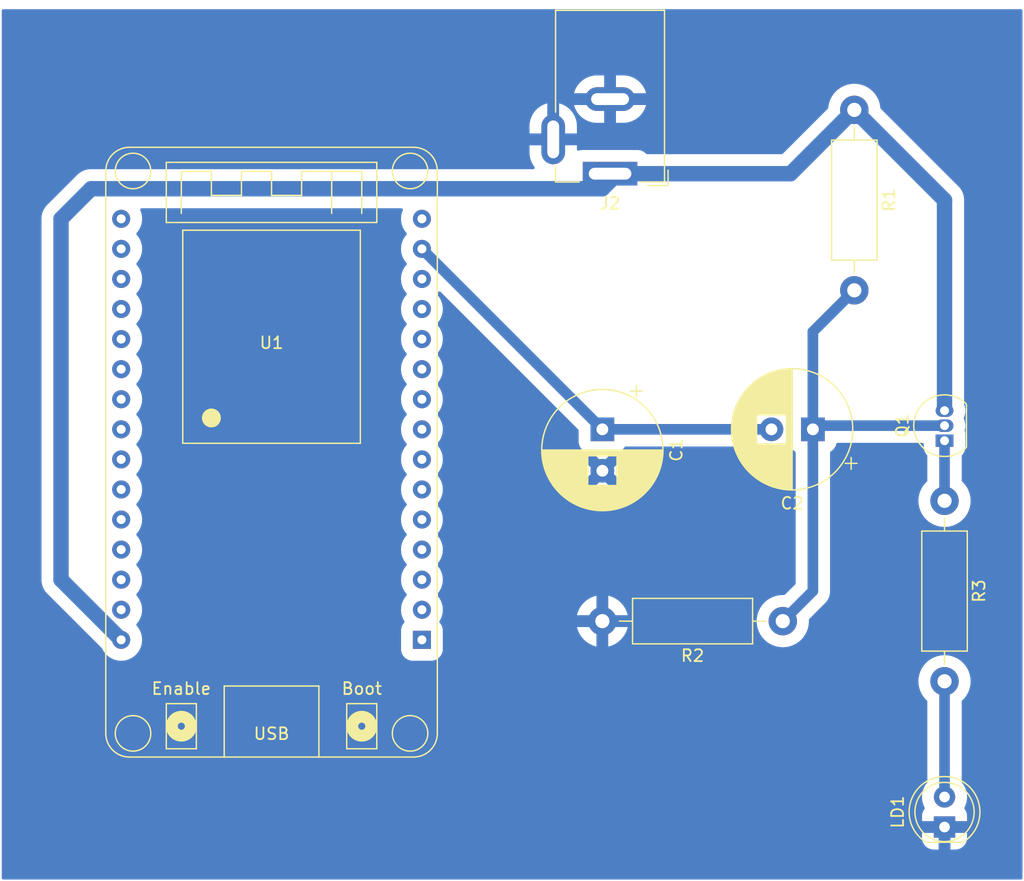
<source format=kicad_pcb>
(kicad_pcb (version 20221018) (generator pcbnew)
  (layers (0 "F.Cu" signal) (31 "B.Cu" signal) (34 "B.Paste" user) (35 "F.Paste" user) (36 "B.SilkS" user "B.Silkscreen") (37 "F.SilkS" user "F.Silkscreen") (38 "B.Mask" user) (39 "F.Mask" user) (44 "Edge.Cuts" user))
  (net 0 "")
  (net 1 "Net-(U1-D22)")
  (net 2 "Net-(Q1-B)")
  (net 3 "+5V")
  (net 4 "Net-(LD1-A)")
  (net 5 "Net-(Q1-E)")
  (net 32 "GND")
  (footprint "LED_THT:LED_D5.0mm" (layer "F.Cu") (at 176.22 112.33 90)
    (fp_text reference "LD1" (at 1.27 -3.96 90) (layer "F.SilkS"))
    (fp_text value "650 nm")
    (fp_line (start -1.29 -1.545) (end -1.29 1.545) (stroke (width 0.12)) (layer "F.SilkS"))
    (fp_arc (start -1.29 -1.54483) (mid 2.072002 -2.880433) (end 4.26 0.000462) (stroke (width 0.12)) (layer "F.SilkS"))
    (fp_arc (start 4.26 -0.000462) (mid 2.072002 2.880433) (end -1.29 1.54483) (stroke (width 0.12)) (layer "F.SilkS"))
    (fp_circle (center 1.27 0) (end 3.77 0) (stroke (width 0.12)) (fill none) (layer "F.SilkS"))
    (pad "1" thru_hole rect (at 0 0 90) (size 1.8 1.8) (drill 0.9) (layers "*.Cu" "*.Mask") (net 32 "GND"))
    (pad "2" thru_hole circle (at 2.54 0 90) (size 1.8 1.8) (drill 0.9) (layers "*.Cu" "*.Mask") (net 4 "Net-(LD1-A)"))
  )
  (footprint "Resistor_THT:R_Axial_DIN0411_L9.9mm_D3.6mm_P15.24mm_Horizontal" (layer "F.Cu") (at 168.6 51.76 -90)
    (fp_text reference "R1" (at 7.62 -2.92 90) (layer "F.SilkS"))
    (fp_text value "390")
    (fp_line (start 1.44 0) (end 2.55 0) (stroke (width 0.12)) (layer "F.SilkS"))
    (fp_line (start 2.55 -1.92) (end 2.55 1.92) (stroke (width 0.12)) (layer "F.SilkS"))
    (fp_line (start 2.55 1.92) (end 12.69 1.92) (stroke (width 0.12)) (layer "F.SilkS"))
    (fp_line (start 12.69 -1.92) (end 2.55 -1.92) (stroke (width 0.12)) (layer "F.SilkS"))
    (fp_line (start 12.69 1.92) (end 12.69 -1.92) (stroke (width 0.12)) (layer "F.SilkS"))
    (fp_line (start 13.8 0) (end 12.69 0) (stroke (width 0.12)) (layer "F.SilkS"))
    (pad "1" thru_hole circle (at 0 0 270) (size 2.4 2.4) (drill 1.2) (layers "*.Cu" "*.Mask") (net 3 "+5V"))
    (pad "2" thru_hole oval (at 15.24 0 270) (size 2.4 2.4) (drill 1.2) (layers "*.Cu" "*.Mask") (net 2 "Net-(Q1-B)"))
  )
  (footprint "Resistor_THT:R_Axial_DIN0411_L9.9mm_D3.6mm_P15.24mm_Horizontal" (layer "F.Cu") (at 176.22 84.78 -90)
    (fp_text reference "R3" (at 7.62 -2.92 90) (layer "F.SilkS"))
    (fp_text value "10")
    (fp_line (start 1.44 0) (end 2.55 0) (stroke (width 0.12)) (layer "F.SilkS"))
    (fp_line (start 2.55 -1.92) (end 2.55 1.92) (stroke (width 0.12)) (layer "F.SilkS"))
    (fp_line (start 2.55 1.92) (end 12.69 1.92) (stroke (width 0.12)) (layer "F.SilkS"))
    (fp_line (start 12.69 -1.92) (end 2.55 -1.92) (stroke (width 0.12)) (layer "F.SilkS"))
    (fp_line (start 12.69 1.92) (end 12.69 -1.92) (stroke (width 0.12)) (layer "F.SilkS"))
    (fp_line (start 13.8 0) (end 12.69 0) (stroke (width 0.12)) (layer "F.SilkS"))
    (pad "1" thru_hole circle (at 0 0 270) (size 2.4 2.4) (drill 1.2) (layers "*.Cu" "*.Mask") (net 5 "Net-(Q1-E)"))
    (pad "2" thru_hole oval (at 15.24 0 270) (size 2.4 2.4) (drill 1.2) (layers "*.Cu" "*.Mask") (net 4 "Net-(LD1-A)"))
  )
  (footprint "Package_TO_SOT_THT:TO-92_Inline" (layer "F.Cu") (at 176.22 79.7 90)
    (fp_text reference "Q1" (at 1.27 -3.56 90) (layer "F.SilkS"))
    (fp_text value "2N3904")
    (fp_line (start -0.53 1.85) (end 3.07 1.85) (stroke (width 0.12)) (layer "F.SilkS"))
    (fp_arc (start -0.568478 1.838478) (mid -1.132087 -0.994977) (end 1.27 -2.6) (stroke (width 0.12)) (layer "F.SilkS"))
    (fp_arc (start 1.27 -2.6) (mid 3.672087 -0.994977) (end 3.108478 1.838478) (stroke (width 0.12)) (layer "F.SilkS"))
    (pad "1" thru_hole rect (at 0 0 90) (size 1.05 1.5) (drill 0.75) (layers "*.Cu" "*.Mask") (net 5 "Net-(Q1-E)"))
    (pad "2" thru_hole oval (at 1.27 0 90) (size 1.05 1.5) (drill 0.75) (layers "*.Cu" "*.Mask") (net 2 "Net-(Q1-B)"))
    (pad "3" thru_hole oval (at 2.54 0 90) (size 1.05 1.5) (drill 0.75) (layers "*.Cu" "*.Mask") (net 3 "+5V"))
  )
  (footprint "Capacitor_THT:CP_Radial_D10.0mm_P3.50mm" (layer "F.Cu") (at 147.32 78.74 -90)
    (fp_text reference "C1" (at 1.75 -6.25 90) (layer "F.SilkS"))
    (fp_text value "470 uF")
    (fp_line (start -3.729646 -2.875) (end -2.729646 -2.875) (stroke (width 0.12)) (layer "F.SilkS"))
    (fp_line (start -3.229646 -3.375) (end -3.229646 -2.375) (stroke (width 0.12)) (layer "F.SilkS"))
    (fp_line (start 1.75 -5.08) (end 1.75 5.08) (stroke (width 0.12)) (layer "F.SilkS"))
    (fp_line (start 1.79 -5.08) (end 1.79 5.08) (stroke (width 0.12)) (layer "F.SilkS"))
    (fp_line (start 1.83 -5.08) (end 1.83 5.08) (stroke (width 0.12)) (layer "F.SilkS"))
    (fp_line (start 1.87 -5.079) (end 1.87 5.079) (stroke (width 0.12)) (layer "F.SilkS"))
    (fp_line (start 1.91 -5.078) (end 1.91 5.078) (stroke (width 0.12)) (layer "F.SilkS"))
    (fp_line (start 1.95 -5.077) (end 1.95 5.077) (stroke (width 0.12)) (layer "F.SilkS"))
    (fp_line (start 1.99 -5.075) (end 1.99 5.075) (stroke (width 0.12)) (layer "F.SilkS"))
    (fp_line (start 2.03 -5.073) (end 2.03 5.073) (stroke (width 0.12)) (layer "F.SilkS"))
    (fp_line (start 2.07 -5.07) (end 2.07 5.07) (stroke (width 0.12)) (layer "F.SilkS"))
    (fp_line (start 2.11 -5.068) (end 2.11 5.068) (stroke (width 0.12)) (layer "F.SilkS"))
    (fp_line (start 2.15 -5.065) (end 2.15 5.065) (stroke (width 0.12)) (layer "F.SilkS"))
    (fp_line (start 2.19 -5.062) (end 2.19 5.062) (stroke (width 0.12)) (layer "F.SilkS"))
    (fp_line (start 2.23 -5.058) (end 2.23 5.058) (stroke (width 0.12)) (layer "F.SilkS"))
    (fp_line (start 2.27 -5.054) (end 2.27 -1.241) (stroke (width 0.12)) (layer "F.SilkS"))
    (fp_line (start 2.27 1.241) (end 2.27 5.054) (stroke (width 0.12)) (layer "F.SilkS"))
    (fp_line (start 2.31 -5.05) (end 2.31 -1.241) (stroke (width 0.12)) (layer "F.SilkS"))
    (fp_line (start 2.31 1.241) (end 2.31 5.05) (stroke (width 0.12)) (layer "F.SilkS"))
    (fp_line (start 2.35 -5.045) (end 2.35 -1.241) (stroke (width 0.12)) (layer "F.SilkS"))
    (fp_line (start 2.35 1.241) (end 2.35 5.045) (stroke (width 0.12)) (layer "F.SilkS"))
    (fp_line (start 2.39 -5.04) (end 2.39 -1.241) (stroke (width 0.12)) (layer "F.SilkS"))
    (fp_line (start 2.39 1.241) (end 2.39 5.04) (stroke (width 0.12)) (layer "F.SilkS"))
    (fp_line (start 2.43 -5.035) (end 2.43 -1.241) (stroke (width 0.12)) (layer "F.SilkS"))
    (fp_line (start 2.43 1.241) (end 2.43 5.035) (stroke (width 0.12)) (layer "F.SilkS"))
    (fp_line (start 2.471 -5.03) (end 2.471 -1.241) (stroke (width 0.12)) (layer "F.SilkS"))
    (fp_line (start 2.471 1.241) (end 2.471 5.03) (stroke (width 0.12)) (layer "F.SilkS"))
    (fp_line (start 2.511 -5.024) (end 2.511 -1.241) (stroke (width 0.12)) (layer "F.SilkS"))
    (fp_line (start 2.511 1.241) (end 2.511 5.024) (stroke (width 0.12)) (layer "F.SilkS"))
    (fp_line (start 2.551 -5.018) (end 2.551 -1.241) (stroke (width 0.12)) (layer "F.SilkS"))
    (fp_line (start 2.551 1.241) (end 2.551 5.018) (stroke (width 0.12)) (layer "F.SilkS"))
    (fp_line (start 2.591 -5.011) (end 2.591 -1.241) (stroke (width 0.12)) (layer "F.SilkS"))
    (fp_line (start 2.591 1.241) (end 2.591 5.011) (stroke (width 0.12)) (layer "F.SilkS"))
    (fp_line (start 2.631 -5.004) (end 2.631 -1.241) (stroke (width 0.12)) (layer "F.SilkS"))
    (fp_line (start 2.631 1.241) (end 2.631 5.004) (stroke (width 0.12)) (layer "F.SilkS"))
    (fp_line (start 2.671 -4.997) (end 2.671 -1.241) (stroke (width 0.12)) (layer "F.SilkS"))
    (fp_line (start 2.671 1.241) (end 2.671 4.997) (stroke (width 0.12)) (layer "F.SilkS"))
    (fp_line (start 2.711 -4.99) (end 2.711 -1.241) (stroke (width 0.12)) (layer "F.SilkS"))
    (fp_line (start 2.711 1.241) (end 2.711 4.99) (stroke (width 0.12)) (layer "F.SilkS"))
    (fp_line (start 2.751 -4.982) (end 2.751 -1.241) (stroke (width 0.12)) (layer "F.SilkS"))
    (fp_line (start 2.751 1.241) (end 2.751 4.982) (stroke (width 0.12)) (layer "F.SilkS"))
    (fp_line (start 2.791 -4.974) (end 2.791 -1.241) (stroke (width 0.12)) (layer "F.SilkS"))
    (fp_line (start 2.791 1.241) (end 2.791 4.974) (stroke (width 0.12)) (layer "F.SilkS"))
    (fp_line (start 2.831 -4.965) (end 2.831 -1.241) (stroke (width 0.12)) (layer "F.SilkS"))
    (fp_line (start 2.831 1.241) (end 2.831 4.965) (stroke (width 0.12)) (layer "F.SilkS"))
    (fp_line (start 2.871 -4.956) (end 2.871 -1.241) (stroke (width 0.12)) (layer "F.SilkS"))
    (fp_line (start 2.871 1.241) (end 2.871 4.956) (stroke (width 0.12)) (layer "F.SilkS"))
    (fp_line (start 2.911 -4.947) (end 2.911 -1.241) (stroke (width 0.12)) (layer "F.SilkS"))
    (fp_line (start 2.911 1.241) (end 2.911 4.947) (stroke (width 0.12)) (layer "F.SilkS"))
    (fp_line (start 2.951 -4.938) (end 2.951 -1.241) (stroke (width 0.12)) (layer "F.SilkS"))
    (fp_line (start 2.951 1.241) (end 2.951 4.938) (stroke (width 0.12)) (layer "F.SilkS"))
    (fp_line (start 2.991 -4.928) (end 2.991 -1.241) (stroke (width 0.12)) (layer "F.SilkS"))
    (fp_line (start 2.991 1.241) (end 2.991 4.928) (stroke (width 0.12)) (layer "F.SilkS"))
    (fp_line (start 3.031 -4.918) (end 3.031 -1.241) (stroke (width 0.12)) (layer "F.SilkS"))
    (fp_line (start 3.031 1.241) (end 3.031 4.918) (stroke (width 0.12)) (layer "F.SilkS"))
    (fp_line (start 3.071 -4.907) (end 3.071 -1.241) (stroke (width 0.12)) (layer "F.SilkS"))
    (fp_line (start 3.071 1.241) (end 3.071 4.907) (stroke (width 0.12)) (layer "F.SilkS"))
    (fp_line (start 3.111 -4.897) (end 3.111 -1.241) (stroke (width 0.12)) (layer "F.SilkS"))
    (fp_line (start 3.111 1.241) (end 3.111 4.897) (stroke (width 0.12)) (layer "F.SilkS"))
    (fp_line (start 3.151 -4.885) (end 3.151 -1.241) (stroke (width 0.12)) (layer "F.SilkS"))
    (fp_line (start 3.151 1.241) (end 3.151 4.885) (stroke (width 0.12)) (layer "F.SilkS"))
    (fp_line (start 3.191 -4.874) (end 3.191 -1.241) (stroke (width 0.12)) (layer "F.SilkS"))
    (fp_line (start 3.191 1.241) (end 3.191 4.874) (stroke (width 0.12)) (layer "F.SilkS"))
    (fp_line (start 3.231 -4.862) (end 3.231 -1.241) (stroke (width 0.12)) (layer "F.SilkS"))
    (fp_line (start 3.231 1.241) (end 3.231 4.862) (stroke (width 0.12)) (layer "F.SilkS"))
    (fp_line (start 3.271 -4.85) (end 3.271 -1.241) (stroke (width 0.12)) (layer "F.SilkS"))
    (fp_line (start 3.271 1.241) (end 3.271 4.85) (stroke (width 0.12)) (layer "F.SilkS"))
    (fp_line (start 3.311 -4.837) (end 3.311 -1.241) (stroke (width 0.12)) (layer "F.SilkS"))
    (fp_line (start 3.311 1.241) (end 3.311 4.837) (stroke (width 0.12)) (layer "F.SilkS"))
    (fp_line (start 3.351 -4.824) (end 3.351 -1.241) (stroke (width 0.12)) (layer "F.SilkS"))
    (fp_line (start 3.351 1.241) (end 3.351 4.824) (stroke (width 0.12)) (layer "F.SilkS"))
    (fp_line (start 3.391 -4.811) (end 3.391 -1.241) (stroke (width 0.12)) (layer "F.SilkS"))
    (fp_line (start 3.391 1.241) (end 3.391 4.811) (stroke (width 0.12)) (layer "F.SilkS"))
    (fp_line (start 3.431 -4.797) (end 3.431 -1.241) (stroke (width 0.12)) (layer "F.SilkS"))
    (fp_line (start 3.431 1.241) (end 3.431 4.797) (stroke (width 0.12)) (layer "F.SilkS"))
    (fp_line (start 3.471 -4.783) (end 3.471 -1.241) (stroke (width 0.12)) (layer "F.SilkS"))
    (fp_line (start 3.471 1.241) (end 3.471 4.783) (stroke (width 0.12)) (layer "F.SilkS"))
    (fp_line (start 3.511 -4.768) (end 3.511 -1.241) (stroke (width 0.12)) (layer "F.SilkS"))
    (fp_line (start 3.511 1.241) (end 3.511 4.768) (stroke (width 0.12)) (layer "F.SilkS"))
    (fp_line (start 3.551 -4.754) (end 3.551 -1.241) (stroke (width 0.12)) (layer "F.SilkS"))
    (fp_line (start 3.551 1.241) (end 3.551 4.754) (stroke (width 0.12)) (layer "F.SilkS"))
    (fp_line (start 3.591 -4.738) (end 3.591 -1.241) (stroke (width 0.12)) (layer "F.SilkS"))
    (fp_line (start 3.591 1.241) (end 3.591 4.738) (stroke (width 0.12)) (layer "F.SilkS"))
    (fp_line (start 3.631 -4.723) (end 3.631 -1.241) (stroke (width 0.12)) (layer "F.SilkS"))
    (fp_line (start 3.631 1.241) (end 3.631 4.723) (stroke (width 0.12)) (layer "F.SilkS"))
    (fp_line (start 3.671 -4.707) (end 3.671 -1.241) (stroke (width 0.12)) (layer "F.SilkS"))
    (fp_line (start 3.671 1.241) (end 3.671 4.707) (stroke (width 0.12)) (layer "F.SilkS"))
    (fp_line (start 3.711 -4.69) (end 3.711 -1.241) (stroke (width 0.12)) (layer "F.SilkS"))
    (fp_line (start 3.711 1.241) (end 3.711 4.69) (stroke (width 0.12)) (layer "F.SilkS"))
    (fp_line (start 3.751 -4.674) (end 3.751 -1.241) (stroke (width 0.12)) (layer "F.SilkS"))
    (fp_line (start 3.751 1.241) (end 3.751 4.674) (stroke (width 0.12)) (layer "F.SilkS"))
    (fp_line (start 3.791 -4.657) (end 3.791 -1.241) (stroke (width 0.12)) (layer "F.SilkS"))
    (fp_line (start 3.791 1.241) (end 3.791 4.657) (stroke (width 0.12)) (layer "F.SilkS"))
    (fp_line (start 3.831 -4.639) (end 3.831 -1.241) (stroke (width 0.12)) (layer "F.SilkS"))
    (fp_line (start 3.831 1.241) (end 3.831 4.639) (stroke (width 0.12)) (layer "F.SilkS"))
    (fp_line (start 3.871 -4.621) (end 3.871 -1.241) (stroke (width 0.12)) (layer "F.SilkS"))
    (fp_line (start 3.871 1.241) (end 3.871 4.621) (stroke (width 0.12)) (layer "F.SilkS"))
    (fp_line (start 3.911 -4.603) (end 3.911 -1.241) (stroke (width 0.12)) (layer "F.SilkS"))
    (fp_line (start 3.911 1.241) (end 3.911 4.603) (stroke (width 0.12)) (layer "F.SilkS"))
    (fp_line (start 3.951 -4.584) (end 3.951 -1.241) (stroke (width 0.12)) (layer "F.SilkS"))
    (fp_line (start 3.951 1.241) (end 3.951 4.584) (stroke (width 0.12)) (layer "F.SilkS"))
    (fp_line (start 3.991 -4.564) (end 3.991 -1.241) (stroke (width 0.12)) (layer "F.SilkS"))
    (fp_line (start 3.991 1.241) (end 3.991 4.564) (stroke (width 0.12)) (layer "F.SilkS"))
    (fp_line (start 4.031 -4.545) (end 4.031 -1.241) (stroke (width 0.12)) (layer "F.SilkS"))
    (fp_line (start 4.031 1.241) (end 4.031 4.545) (stroke (width 0.12)) (layer "F.SilkS"))
    (fp_line (start 4.071 -4.525) (end 4.071 -1.241) (stroke (width 0.12)) (layer "F.SilkS"))
    (fp_line (start 4.071 1.241) (end 4.071 4.525) (stroke (width 0.12)) (layer "F.SilkS"))
    (fp_line (start 4.111 -4.504) (end 4.111 -1.241) (stroke (width 0.12)) (layer "F.SilkS"))
    (fp_line (start 4.111 1.241) (end 4.111 4.504) (stroke (width 0.12)) (layer "F.SilkS"))
    (fp_line (start 4.151 -4.483) (end 4.151 -1.241) (stroke (width 0.12)) (layer "F.SilkS"))
    (fp_line (start 4.151 1.241) (end 4.151 4.483) (stroke (width 0.12)) (layer "F.SilkS"))
    (fp_line (start 4.191 -4.462) (end 4.191 -1.241) (stroke (width 0.12)) (layer "F.SilkS"))
    (fp_line (start 4.191 1.241) (end 4.191 4.462) (stroke (width 0.12)) (layer "F.SilkS"))
    (fp_line (start 4.231 -4.44) (end 4.231 -1.241) (stroke (width 0.12)) (layer "F.SilkS"))
    (fp_line (start 4.231 1.241) (end 4.231 4.44) (stroke (width 0.12)) (layer "F.SilkS"))
    (fp_line (start 4.271 -4.417) (end 4.271 -1.241) (stroke (width 0.12)) (layer "F.SilkS"))
    (fp_line (start 4.271 1.241) (end 4.271 4.417) (stroke (width 0.12)) (layer "F.SilkS"))
    (fp_line (start 4.311 -4.395) (end 4.311 -1.241) (stroke (width 0.12)) (layer "F.SilkS"))
    (fp_line (start 4.311 1.241) (end 4.311 4.395) (stroke (width 0.12)) (layer "F.SilkS"))
    (fp_line (start 4.351 -4.371) (end 4.351 -1.241) (stroke (width 0.12)) (layer "F.SilkS"))
    (fp_line (start 4.351 1.241) (end 4.351 4.371) (stroke (width 0.12)) (layer "F.SilkS"))
    (fp_line (start 4.391 -4.347) (end 4.391 -1.241) (stroke (width 0.12)) (layer "F.SilkS"))
    (fp_line (start 4.391 1.241) (end 4.391 4.347) (stroke (width 0.12)) (layer "F.SilkS"))
    (fp_line (start 4.431 -4.323) (end 4.431 -1.241) (stroke (width 0.12)) (layer "F.SilkS"))
    (fp_line (start 4.431 1.241) (end 4.431 4.323) (stroke (width 0.12)) (layer "F.SilkS"))
    (fp_line (start 4.471 -4.298) (end 4.471 -1.241) (stroke (width 0.12)) (layer "F.SilkS"))
    (fp_line (start 4.471 1.241) (end 4.471 4.298) (stroke (width 0.12)) (layer "F.SilkS"))
    (fp_line (start 4.511 -4.273) (end 4.511 -1.241) (stroke (width 0.12)) (layer "F.SilkS"))
    (fp_line (start 4.511 1.241) (end 4.511 4.273) (stroke (width 0.12)) (layer "F.SilkS"))
    (fp_line (start 4.551 -4.247) (end 4.551 -1.241) (stroke (width 0.12)) (layer "F.SilkS"))
    (fp_line (start 4.551 1.241) (end 4.551 4.247) (stroke (width 0.12)) (layer "F.SilkS"))
    (fp_line (start 4.591 -4.221) (end 4.591 -1.241) (stroke (width 0.12)) (layer "F.SilkS"))
    (fp_line (start 4.591 1.241) (end 4.591 4.221) (stroke (width 0.12)) (layer "F.SilkS"))
    (fp_line (start 4.631 -4.194) (end 4.631 -1.241) (stroke (width 0.12)) (layer "F.SilkS"))
    (fp_line (start 4.631 1.241) (end 4.631 4.194) (stroke (width 0.12)) (layer "F.SilkS"))
    (fp_line (start 4.671 -4.166) (end 4.671 -1.241) (stroke (width 0.12)) (layer "F.SilkS"))
    (fp_line (start 4.671 1.241) (end 4.671 4.166) (stroke (width 0.12)) (layer "F.SilkS"))
    (fp_line (start 4.711 -4.138) (end 4.711 -1.241) (stroke (width 0.12)) (layer "F.SilkS"))
    (fp_line (start 4.711 1.241) (end 4.711 4.138) (stroke (width 0.12)) (layer "F.SilkS"))
    (fp_line (start 4.751 -4.11) (end 4.751 4.11) (stroke (width 0.12)) (layer "F.SilkS"))
    (fp_line (start 4.791 -4.08) (end 4.791 4.08) (stroke (width 0.12)) (layer "F.SilkS"))
    (fp_line (start 4.831 -4.05) (end 4.831 4.05) (stroke (width 0.12)) (layer "F.SilkS"))
    (fp_line (start 4.871 -4.02) (end 4.871 4.02) (stroke (width 0.12)) (layer "F.SilkS"))
    (fp_line (start 4.911 -3.989) (end 4.911 3.989) (stroke (width 0.12)) (layer "F.SilkS"))
    (fp_line (start 4.951 -3.957) (end 4.951 3.957) (stroke (width 0.12)) (layer "F.SilkS"))
    (fp_line (start 4.991 -3.925) (end 4.991 3.925) (stroke (width 0.12)) (layer "F.SilkS"))
    (fp_line (start 5.031 -3.892) (end 5.031 3.892) (stroke (width 0.12)) (layer "F.SilkS"))
    (fp_line (start 5.071 -3.858) (end 5.071 3.858) (stroke (width 0.12)) (layer "F.SilkS"))
    (fp_line (start 5.111 -3.824) (end 5.111 3.824) (stroke (width 0.12)) (layer "F.SilkS"))
    (fp_line (start 5.151 -3.789) (end 5.151 3.789) (stroke (width 0.12)) (layer "F.SilkS"))
    (fp_line (start 5.191 -3.753) (end 5.191 3.753) (stroke (width 0.12)) (layer "F.SilkS"))
    (fp_line (start 5.231 -3.716) (end 5.231 3.716) (stroke (width 0.12)) (layer "F.SilkS"))
    (fp_line (start 5.271 -3.679) (end 5.271 3.679) (stroke (width 0.12)) (layer "F.SilkS"))
    (fp_line (start 5.311 -3.64) (end 5.311 3.64) (stroke (width 0.12)) (layer "F.SilkS"))
    (fp_line (start 5.351 -3.601) (end 5.351 3.601) (stroke (width 0.12)) (layer "F.SilkS"))
    (fp_line (start 5.391 -3.561) (end 5.391 3.561) (stroke (width 0.12)) (layer "F.SilkS"))
    (fp_line (start 5.431 -3.52) (end 5.431 3.52) (stroke (width 0.12)) (layer "F.SilkS"))
    (fp_line (start 5.471 -3.478) (end 5.471 3.478) (stroke (width 0.12)) (layer "F.SilkS"))
    (fp_line (start 5.511 -3.436) (end 5.511 3.436) (stroke (width 0.12)) (layer "F.SilkS"))
    (fp_line (start 5.551 -3.392) (end 5.551 3.392) (stroke (width 0.12)) (layer "F.SilkS"))
    (fp_line (start 5.591 -3.347) (end 5.591 3.347) (stroke (width 0.12)) (layer "F.SilkS"))
    (fp_line (start 5.631 -3.301) (end 5.631 3.301) (stroke (width 0.12)) (layer "F.SilkS"))
    (fp_line (start 5.671 -3.254) (end 5.671 3.254) (stroke (width 0.12)) (layer "F.SilkS"))
    (fp_line (start 5.711 -3.206) (end 5.711 3.206) (stroke (width 0.12)) (layer "F.SilkS"))
    (fp_line (start 5.751 -3.156) (end 5.751 3.156) (stroke (width 0.12)) (layer "F.SilkS"))
    (fp_line (start 5.791 -3.106) (end 5.791 3.106) (stroke (width 0.12)) (layer "F.SilkS"))
    (fp_line (start 5.831 -3.054) (end 5.831 3.054) (stroke (width 0.12)) (layer "F.SilkS"))
    (fp_line (start 5.871 -3) (end 5.871 3) (stroke (width 0.12)) (layer "F.SilkS"))
    (fp_line (start 5.911 -2.945) (end 5.911 2.945) (stroke (width 0.12)) (layer "F.SilkS"))
    (fp_line (start 5.951 -2.889) (end 5.951 2.889) (stroke (width 0.12)) (layer "F.SilkS"))
    (fp_line (start 5.991 -2.83) (end 5.991 2.83) (stroke (width 0.12)) (layer "F.SilkS"))
    (fp_line (start 6.031 -2.77) (end 6.031 2.77) (stroke (width 0.12)) (layer "F.SilkS"))
    (fp_line (start 6.071 -2.709) (end 6.071 2.709) (stroke (width 0.12)) (layer "F.SilkS"))
    (fp_line (start 6.111 -2.645) (end 6.111 2.645) (stroke (width 0.12)) (layer "F.SilkS"))
    (fp_line (start 6.151 -2.579) (end 6.151 2.579) (stroke (width 0.12)) (layer "F.SilkS"))
    (fp_line (start 6.191 -2.51) (end 6.191 2.51) (stroke (width 0.12)) (layer "F.SilkS"))
    (fp_line (start 6.231 -2.439) (end 6.231 2.439) (stroke (width 0.12)) (layer "F.SilkS"))
    (fp_line (start 6.271 -2.365) (end 6.271 2.365) (stroke (width 0.12)) (layer "F.SilkS"))
    (fp_line (start 6.311 -2.289) (end 6.311 2.289) (stroke (width 0.12)) (layer "F.SilkS"))
    (fp_line (start 6.351 -2.209) (end 6.351 2.209) (stroke (width 0.12)) (layer "F.SilkS"))
    (fp_line (start 6.391 -2.125) (end 6.391 2.125) (stroke (width 0.12)) (layer "F.SilkS"))
    (fp_line (start 6.431 -2.037) (end 6.431 2.037) (stroke (width 0.12)) (layer "F.SilkS"))
    (fp_line (start 6.471 -1.944) (end 6.471 1.944) (stroke (width 0.12)) (layer "F.SilkS"))
    (fp_line (start 6.511 -1.846) (end 6.511 1.846) (stroke (width 0.12)) (layer "F.SilkS"))
    (fp_line (start 6.551 -1.742) (end 6.551 1.742) (stroke (width 0.12)) (layer "F.SilkS"))
    (fp_line (start 6.591 -1.63) (end 6.591 1.63) (stroke (width 0.12)) (layer "F.SilkS"))
    (fp_line (start 6.631 -1.51) (end 6.631 1.51) (stroke (width 0.12)) (layer "F.SilkS"))
    (fp_line (start 6.671 -1.378) (end 6.671 1.378) (stroke (width 0.12)) (layer "F.SilkS"))
    (fp_line (start 6.711 -1.23) (end 6.711 1.23) (stroke (width 0.12)) (layer "F.SilkS"))
    (fp_line (start 6.751 -1.062) (end 6.751 1.062) (stroke (width 0.12)) (layer "F.SilkS"))
    (fp_line (start 6.791 -0.862) (end 6.791 0.862) (stroke (width 0.12)) (layer "F.SilkS"))
    (fp_line (start 6.831 -0.599) (end 6.831 0.599) (stroke (width 0.12)) (layer "F.SilkS"))
    (fp_circle (center 1.75 0) (end 6.87 0) (stroke (width 0.12)) (fill none) (layer "F.SilkS"))
    (pad "1" thru_hole rect (at 0 0 270) (size 2 2) (drill 1) (layers "*.Cu" "*.Mask") (net 1 "Net-(U1-D22)"))
    (pad "2" thru_hole circle (at 3.5 0 270) (size 2 2) (drill 1) (layers "*.Cu" "*.Mask") (net 32 "GND"))
  )
  (footprint "Capacitor_THT:CP_Radial_D10.0mm_P3.50mm" (layer "F.Cu") (at 165.1 78.74 180)
    (fp_text reference "C2" (at 1.75 -6.25) (layer "F.SilkS"))
    (fp_text value "22 uF")
    (fp_line (start -3.729646 -2.875) (end -2.729646 -2.875) (stroke (width 0.12)) (layer "F.SilkS"))
    (fp_line (start -3.229646 -3.375) (end -3.229646 -2.375) (stroke (width 0.12)) (layer "F.SilkS"))
    (fp_line (start 1.75 -5.08) (end 1.75 5.08) (stroke (width 0.12)) (layer "F.SilkS"))
    (fp_line (start 1.79 -5.08) (end 1.79 5.08) (stroke (width 0.12)) (layer "F.SilkS"))
    (fp_line (start 1.83 -5.08) (end 1.83 5.08) (stroke (width 0.12)) (layer "F.SilkS"))
    (fp_line (start 1.87 -5.079) (end 1.87 5.079) (stroke (width 0.12)) (layer "F.SilkS"))
    (fp_line (start 1.91 -5.078) (end 1.91 5.078) (stroke (width 0.12)) (layer "F.SilkS"))
    (fp_line (start 1.95 -5.077) (end 1.95 5.077) (stroke (width 0.12)) (layer "F.SilkS"))
    (fp_line (start 1.99 -5.075) (end 1.99 5.075) (stroke (width 0.12)) (layer "F.SilkS"))
    (fp_line (start 2.03 -5.073) (end 2.03 5.073) (stroke (width 0.12)) (layer "F.SilkS"))
    (fp_line (start 2.07 -5.07) (end 2.07 5.07) (stroke (width 0.12)) (layer "F.SilkS"))
    (fp_line (start 2.11 -5.068) (end 2.11 5.068) (stroke (width 0.12)) (layer "F.SilkS"))
    (fp_line (start 2.15 -5.065) (end 2.15 5.065) (stroke (width 0.12)) (layer "F.SilkS"))
    (fp_line (start 2.19 -5.062) (end 2.19 5.062) (stroke (width 0.12)) (layer "F.SilkS"))
    (fp_line (start 2.23 -5.058) (end 2.23 5.058) (stroke (width 0.12)) (layer "F.SilkS"))
    (fp_line (start 2.27 -5.054) (end 2.27 -1.241) (stroke (width 0.12)) (layer "F.SilkS"))
    (fp_line (start 2.27 1.241) (end 2.27 5.054) (stroke (width 0.12)) (layer "F.SilkS"))
    (fp_line (start 2.31 -5.05) (end 2.31 -1.241) (stroke (width 0.12)) (layer "F.SilkS"))
    (fp_line (start 2.31 1.241) (end 2.31 5.05) (stroke (width 0.12)) (layer "F.SilkS"))
    (fp_line (start 2.35 -5.045) (end 2.35 -1.241) (stroke (width 0.12)) (layer "F.SilkS"))
    (fp_line (start 2.35 1.241) (end 2.35 5.045) (stroke (width 0.12)) (layer "F.SilkS"))
    (fp_line (start 2.39 -5.04) (end 2.39 -1.241) (stroke (width 0.12)) (layer "F.SilkS"))
    (fp_line (start 2.39 1.241) (end 2.39 5.04) (stroke (width 0.12)) (layer "F.SilkS"))
    (fp_line (start 2.43 -5.035) (end 2.43 -1.241) (stroke (width 0.12)) (layer "F.SilkS"))
    (fp_line (start 2.43 1.241) (end 2.43 5.035) (stroke (width 0.12)) (layer "F.SilkS"))
    (fp_line (start 2.471 -5.03) (end 2.471 -1.241) (stroke (width 0.12)) (layer "F.SilkS"))
    (fp_line (start 2.471 1.241) (end 2.471 5.03) (stroke (width 0.12)) (layer "F.SilkS"))
    (fp_line (start 2.511 -5.024) (end 2.511 -1.241) (stroke (width 0.12)) (layer "F.SilkS"))
    (fp_line (start 2.511 1.241) (end 2.511 5.024) (stroke (width 0.12)) (layer "F.SilkS"))
    (fp_line (start 2.551 -5.018) (end 2.551 -1.241) (stroke (width 0.12)) (layer "F.SilkS"))
    (fp_line (start 2.551 1.241) (end 2.551 5.018) (stroke (width 0.12)) (layer "F.SilkS"))
    (fp_line (start 2.591 -5.011) (end 2.591 -1.241) (stroke (width 0.12)) (layer "F.SilkS"))
    (fp_line (start 2.591 1.241) (end 2.591 5.011) (stroke (width 0.12)) (layer "F.SilkS"))
    (fp_line (start 2.631 -5.004) (end 2.631 -1.241) (stroke (width 0.12)) (layer "F.SilkS"))
    (fp_line (start 2.631 1.241) (end 2.631 5.004) (stroke (width 0.12)) (layer "F.SilkS"))
    (fp_line (start 2.671 -4.997) (end 2.671 -1.241) (stroke (width 0.12)) (layer "F.SilkS"))
    (fp_line (start 2.671 1.241) (end 2.671 4.997) (stroke (width 0.12)) (layer "F.SilkS"))
    (fp_line (start 2.711 -4.99) (end 2.711 -1.241) (stroke (width 0.12)) (layer "F.SilkS"))
    (fp_line (start 2.711 1.241) (end 2.711 4.99) (stroke (width 0.12)) (layer "F.SilkS"))
    (fp_line (start 2.751 -4.982) (end 2.751 -1.241) (stroke (width 0.12)) (layer "F.SilkS"))
    (fp_line (start 2.751 1.241) (end 2.751 4.982) (stroke (width 0.12)) (layer "F.SilkS"))
    (fp_line (start 2.791 -4.974) (end 2.791 -1.241) (stroke (width 0.12)) (layer "F.SilkS"))
    (fp_line (start 2.791 1.241) (end 2.791 4.974) (stroke (width 0.12)) (layer "F.SilkS"))
    (fp_line (start 2.831 -4.965) (end 2.831 -1.241) (stroke (width 0.12)) (layer "F.SilkS"))
    (fp_line (start 2.831 1.241) (end 2.831 4.965) (stroke (width 0.12)) (layer "F.SilkS"))
    (fp_line (start 2.871 -4.956) (end 2.871 -1.241) (stroke (width 0.12)) (layer "F.SilkS"))
    (fp_line (start 2.871 1.241) (end 2.871 4.956) (stroke (width 0.12)) (layer "F.SilkS"))
    (fp_line (start 2.911 -4.947) (end 2.911 -1.241) (stroke (width 0.12)) (layer "F.SilkS"))
    (fp_line (start 2.911 1.241) (end 2.911 4.947) (stroke (width 0.12)) (layer "F.SilkS"))
    (fp_line (start 2.951 -4.938) (end 2.951 -1.241) (stroke (width 0.12)) (layer "F.SilkS"))
    (fp_line (start 2.951 1.241) (end 2.951 4.938) (stroke (width 0.12)) (layer "F.SilkS"))
    (fp_line (start 2.991 -4.928) (end 2.991 -1.241) (stroke (width 0.12)) (layer "F.SilkS"))
    (fp_line (start 2.991 1.241) (end 2.991 4.928) (stroke (width 0.12)) (layer "F.SilkS"))
    (fp_line (start 3.031 -4.918) (end 3.031 -1.241) (stroke (width 0.12)) (layer "F.SilkS"))
    (fp_line (start 3.031 1.241) (end 3.031 4.918) (stroke (width 0.12)) (layer "F.SilkS"))
    (fp_line (start 3.071 -4.907) (end 3.071 -1.241) (stroke (width 0.12)) (layer "F.SilkS"))
    (fp_line (start 3.071 1.241) (end 3.071 4.907) (stroke (width 0.12)) (layer "F.SilkS"))
    (fp_line (start 3.111 -4.897) (end 3.111 -1.241) (stroke (width 0.12)) (layer "F.SilkS"))
    (fp_line (start 3.111 1.241) (end 3.111 4.897) (stroke (width 0.12)) (layer "F.SilkS"))
    (fp_line (start 3.151 -4.885) (end 3.151 -1.241) (stroke (width 0.12)) (layer "F.SilkS"))
    (fp_line (start 3.151 1.241) (end 3.151 4.885) (stroke (width 0.12)) (layer "F.SilkS"))
    (fp_line (start 3.191 -4.874) (end 3.191 -1.241) (stroke (width 0.12)) (layer "F.SilkS"))
    (fp_line (start 3.191 1.241) (end 3.191 4.874) (stroke (width 0.12)) (layer "F.SilkS"))
    (fp_line (start 3.231 -4.862) (end 3.231 -1.241) (stroke (width 0.12)) (layer "F.SilkS"))
    (fp_line (start 3.231 1.241) (end 3.231 4.862) (stroke (width 0.12)) (layer "F.SilkS"))
    (fp_line (start 3.271 -4.85) (end 3.271 -1.241) (stroke (width 0.12)) (layer "F.SilkS"))
    (fp_line (start 3.271 1.241) (end 3.271 4.85) (stroke (width 0.12)) (layer "F.SilkS"))
    (fp_line (start 3.311 -4.837) (end 3.311 -1.241) (stroke (width 0.12)) (layer "F.SilkS"))
    (fp_line (start 3.311 1.241) (end 3.311 4.837) (stroke (width 0.12)) (layer "F.SilkS"))
    (fp_line (start 3.351 -4.824) (end 3.351 -1.241) (stroke (width 0.12)) (layer "F.SilkS"))
    (fp_line (start 3.351 1.241) (end 3.351 4.824) (stroke (width 0.12)) (layer "F.SilkS"))
    (fp_line (start 3.391 -4.811) (end 3.391 -1.241) (stroke (width 0.12)) (layer "F.SilkS"))
    (fp_line (start 3.391 1.241) (end 3.391 4.811) (stroke (width 0.12)) (layer "F.SilkS"))
    (fp_line (start 3.431 -4.797) (end 3.431 -1.241) (stroke (width 0.12)) (layer "F.SilkS"))
    (fp_line (start 3.431 1.241) (end 3.431 4.797) (stroke (width 0.12)) (layer "F.SilkS"))
    (fp_line (start 3.471 -4.783) (end 3.471 -1.241) (stroke (width 0.12)) (layer "F.SilkS"))
    (fp_line (start 3.471 1.241) (end 3.471 4.783) (stroke (width 0.12)) (layer "F.SilkS"))
    (fp_line (start 3.511 -4.768) (end 3.511 -1.241) (stroke (width 0.12)) (layer "F.SilkS"))
    (fp_line (start 3.511 1.241) (end 3.511 4.768) (stroke (width 0.12)) (layer "F.SilkS"))
    (fp_line (start 3.551 -4.754) (end 3.551 -1.241) (stroke (width 0.12)) (layer "F.SilkS"))
    (fp_line (start 3.551 1.241) (end 3.551 4.754) (stroke (width 0.12)) (layer "F.SilkS"))
    (fp_line (start 3.591 -4.738) (end 3.591 -1.241) (stroke (width 0.12)) (layer "F.SilkS"))
    (fp_line (start 3.591 1.241) (end 3.591 4.738) (stroke (width 0.12)) (layer "F.SilkS"))
    (fp_line (start 3.631 -4.723) (end 3.631 -1.241) (stroke (width 0.12)) (layer "F.SilkS"))
    (fp_line (start 3.631 1.241) (end 3.631 4.723) (stroke (width 0.12)) (layer "F.SilkS"))
    (fp_line (start 3.671 -4.707) (end 3.671 -1.241) (stroke (width 0.12)) (layer "F.SilkS"))
    (fp_line (start 3.671 1.241) (end 3.671 4.707) (stroke (width 0.12)) (layer "F.SilkS"))
    (fp_line (start 3.711 -4.69) (end 3.711 -1.241) (stroke (width 0.12)) (layer "F.SilkS"))
    (fp_line (start 3.711 1.241) (end 3.711 4.69) (stroke (width 0.12)) (layer "F.SilkS"))
    (fp_line (start 3.751 -4.674) (end 3.751 -1.241) (stroke (width 0.12)) (layer "F.SilkS"))
    (fp_line (start 3.751 1.241) (end 3.751 4.674) (stroke (width 0.12)) (layer "F.SilkS"))
    (fp_line (start 3.791 -4.657) (end 3.791 -1.241) (stroke (width 0.12)) (layer "F.SilkS"))
    (fp_line (start 3.791 1.241) (end 3.791 4.657) (stroke (width 0.12)) (layer "F.SilkS"))
    (fp_line (start 3.831 -4.639) (end 3.831 -1.241) (stroke (width 0.12)) (layer "F.SilkS"))
    (fp_line (start 3.831 1.241) (end 3.831 4.639) (stroke (width 0.12)) (layer "F.SilkS"))
    (fp_line (start 3.871 -4.621) (end 3.871 -1.241) (stroke (width 0.12)) (layer "F.SilkS"))
    (fp_line (start 3.871 1.241) (end 3.871 4.621) (stroke (width 0.12)) (layer "F.SilkS"))
    (fp_line (start 3.911 -4.603) (end 3.911 -1.241) (stroke (width 0.12)) (layer "F.SilkS"))
    (fp_line (start 3.911 1.241) (end 3.911 4.603) (stroke (width 0.12)) (layer "F.SilkS"))
    (fp_line (start 3.951 -4.584) (end 3.951 -1.241) (stroke (width 0.12)) (layer "F.SilkS"))
    (fp_line (start 3.951 1.241) (end 3.951 4.584) (stroke (width 0.12)) (layer "F.SilkS"))
    (fp_line (start 3.991 -4.564) (end 3.991 -1.241) (stroke (width 0.12)) (layer "F.SilkS"))
    (fp_line (start 3.991 1.241) (end 3.991 4.564) (stroke (width 0.12)) (layer "F.SilkS"))
    (fp_line (start 4.031 -4.545) (end 4.031 -1.241) (stroke (width 0.12)) (layer "F.SilkS"))
    (fp_line (start 4.031 1.241) (end 4.031 4.545) (stroke (width 0.12)) (layer "F.SilkS"))
    (fp_line (start 4.071 -4.525) (end 4.071 -1.241) (stroke (width 0.12)) (layer "F.SilkS"))
    (fp_line (start 4.071 1.241) (end 4.071 4.525) (stroke (width 0.12)) (layer "F.SilkS"))
    (fp_line (start 4.111 -4.504) (end 4.111 -1.241) (stroke (width 0.12)) (layer "F.SilkS"))
    (fp_line (start 4.111 1.241) (end 4.111 4.504) (stroke (width 0.12)) (layer "F.SilkS"))
    (fp_line (start 4.151 -4.483) (end 4.151 -1.241) (stroke (width 0.12)) (layer "F.SilkS"))
    (fp_line (start 4.151 1.241) (end 4.151 4.483) (stroke (width 0.12)) (layer "F.SilkS"))
    (fp_line (start 4.191 -4.462) (end 4.191 -1.241) (stroke (width 0.12)) (layer "F.SilkS"))
    (fp_line (start 4.191 1.241) (end 4.191 4.462) (stroke (width 0.12)) (layer "F.SilkS"))
    (fp_line (start 4.231 -4.44) (end 4.231 -1.241) (stroke (width 0.12)) (layer "F.SilkS"))
    (fp_line (start 4.231 1.241) (end 4.231 4.44) (stroke (width 0.12)) (layer "F.SilkS"))
    (fp_line (start 4.271 -4.417) (end 4.271 -1.241) (stroke (width 0.12)) (layer "F.SilkS"))
    (fp_line (start 4.271 1.241) (end 4.271 4.417) (stroke (width 0.12)) (layer "F.SilkS"))
    (fp_line (start 4.311 -4.395) (end 4.311 -1.241) (stroke (width 0.12)) (layer "F.SilkS"))
    (fp_line (start 4.311 1.241) (end 4.311 4.395) (stroke (width 0.12)) (layer "F.SilkS"))
    (fp_line (start 4.351 -4.371) (end 4.351 -1.241) (stroke (width 0.12)) (layer "F.SilkS"))
    (fp_line (start 4.351 1.241) (end 4.351 4.371) (stroke (width 0.12)) (layer "F.SilkS"))
    (fp_line (start 4.391 -4.347) (end 4.391 -1.241) (stroke (width 0.12)) (layer "F.SilkS"))
    (fp_line (start 4.391 1.241) (end 4.391 4.347) (stroke (width 0.12)) (layer "F.SilkS"))
    (fp_line (start 4.431 -4.323) (end 4.431 -1.241) (stroke (width 0.12)) (layer "F.SilkS"))
    (fp_line (start 4.431 1.241) (end 4.431 4.323) (stroke (width 0.12)) (layer "F.SilkS"))
    (fp_line (start 4.471 -4.298) (end 4.471 -1.241) (stroke (width 0.12)) (layer "F.SilkS"))
    (fp_line (start 4.471 1.241) (end 4.471 4.298) (stroke (width 0.12)) (layer "F.SilkS"))
    (fp_line (start 4.511 -4.273) (end 4.511 -1.241) (stroke (width 0.12)) (layer "F.SilkS"))
    (fp_line (start 4.511 1.241) (end 4.511 4.273) (stroke (width 0.12)) (layer "F.SilkS"))
    (fp_line (start 4.551 -4.247) (end 4.551 -1.241) (stroke (width 0.12)) (layer "F.SilkS"))
    (fp_line (start 4.551 1.241) (end 4.551 4.247) (stroke (width 0.12)) (layer "F.SilkS"))
    (fp_line (start 4.591 -4.221) (end 4.591 -1.241) (stroke (width 0.12)) (layer "F.SilkS"))
    (fp_line (start 4.591 1.241) (end 4.591 4.221) (stroke (width 0.12)) (layer "F.SilkS"))
    (fp_line (start 4.631 -4.194) (end 4.631 -1.241) (stroke (width 0.12)) (layer "F.SilkS"))
    (fp_line (start 4.631 1.241) (end 4.631 4.194) (stroke (width 0.12)) (layer "F.SilkS"))
    (fp_line (start 4.671 -4.166) (end 4.671 -1.241) (stroke (width 0.12)) (layer "F.SilkS"))
    (fp_line (start 4.671 1.241) (end 4.671 4.166) (stroke (width 0.12)) (layer "F.SilkS"))
    (fp_line (start 4.711 -4.138) (end 4.711 -1.241) (stroke (width 0.12)) (layer "F.SilkS"))
    (fp_line (start 4.711 1.241) (end 4.711 4.138) (stroke (width 0.12)) (layer "F.SilkS"))
    (fp_line (start 4.751 -4.11) (end 4.751 4.11) (stroke (width 0.12)) (layer "F.SilkS"))
    (fp_line (start 4.791 -4.08) (end 4.791 4.08) (stroke (width 0.12)) (layer "F.SilkS"))
    (fp_line (start 4.831 -4.05) (end 4.831 4.05) (stroke (width 0.12)) (layer "F.SilkS"))
    (fp_line (start 4.871 -4.02) (end 4.871 4.02) (stroke (width 0.12)) (layer "F.SilkS"))
    (fp_line (start 4.911 -3.989) (end 4.911 3.989) (stroke (width 0.12)) (layer "F.SilkS"))
    (fp_line (start 4.951 -3.957) (end 4.951 3.957) (stroke (width 0.12)) (layer "F.SilkS"))
    (fp_line (start 4.991 -3.925) (end 4.991 3.925) (stroke (width 0.12)) (layer "F.SilkS"))
    (fp_line (start 5.031 -3.892) (end 5.031 3.892) (stroke (width 0.12)) (layer "F.SilkS"))
    (fp_line (start 5.071 -3.858) (end 5.071 3.858) (stroke (width 0.12)) (layer "F.SilkS"))
    (fp_line (start 5.111 -3.824) (end 5.111 3.824) (stroke (width 0.12)) (layer "F.SilkS"))
    (fp_line (start 5.151 -3.789) (end 5.151 3.789) (stroke (width 0.12)) (layer "F.SilkS"))
    (fp_line (start 5.191 -3.753) (end 5.191 3.753) (stroke (width 0.12)) (layer "F.SilkS"))
    (fp_line (start 5.231 -3.716) (end 5.231 3.716) (stroke (width 0.12)) (layer "F.SilkS"))
    (fp_line (start 5.271 -3.679) (end 5.271 3.679) (stroke (width 0.12)) (layer "F.SilkS"))
    (fp_line (start 5.311 -3.64) (end 5.311 3.64) (stroke (width 0.12)) (layer "F.SilkS"))
    (fp_line (start 5.351 -3.601) (end 5.351 3.601) (stroke (width 0.12)) (layer "F.SilkS"))
    (fp_line (start 5.391 -3.561) (end 5.391 3.561) (stroke (width 0.12)) (layer "F.SilkS"))
    (fp_line (start 5.431 -3.52) (end 5.431 3.52) (stroke (width 0.12)) (layer "F.SilkS"))
    (fp_line (start 5.471 -3.478) (end 5.471 3.478) (stroke (width 0.12)) (layer "F.SilkS"))
    (fp_line (start 5.511 -3.436) (end 5.511 3.436) (stroke (width 0.12)) (layer "F.SilkS"))
    (fp_line (start 5.551 -3.392) (end 5.551 3.392) (stroke (width 0.12)) (layer "F.SilkS"))
    (fp_line (start 5.591 -3.347) (end 5.591 3.347) (stroke (width 0.12)) (layer "F.SilkS"))
    (fp_line (start 5.631 -3.301) (end 5.631 3.301) (stroke (width 0.12)) (layer "F.SilkS"))
    (fp_line (start 5.671 -3.254) (end 5.671 3.254) (stroke (width 0.12)) (layer "F.SilkS"))
    (fp_line (start 5.711 -3.206) (end 5.711 3.206) (stroke (width 0.12)) (layer "F.SilkS"))
    (fp_line (start 5.751 -3.156) (end 5.751 3.156) (stroke (width 0.12)) (layer "F.SilkS"))
    (fp_line (start 5.791 -3.106) (end 5.791 3.106) (stroke (width 0.12)) (layer "F.SilkS"))
    (fp_line (start 5.831 -3.054) (end 5.831 3.054) (stroke (width 0.12)) (layer "F.SilkS"))
    (fp_line (start 5.871 -3) (end 5.871 3) (stroke (width 0.12)) (layer "F.SilkS"))
    (fp_line (start 5.911 -2.945) (end 5.911 2.945) (stroke (width 0.12)) (layer "F.SilkS"))
    (fp_line (start 5.951 -2.889) (end 5.951 2.889) (stroke (width 0.12)) (layer "F.SilkS"))
    (fp_line (start 5.991 -2.83) (end 5.991 2.83) (stroke (width 0.12)) (layer "F.SilkS"))
    (fp_line (start 6.031 -2.77) (end 6.031 2.77) (stroke (width 0.12)) (layer "F.SilkS"))
    (fp_line (start 6.071 -2.709) (end 6.071 2.709) (stroke (width 0.12)) (layer "F.SilkS"))
    (fp_line (start 6.111 -2.645) (end 6.111 2.645) (stroke (width 0.12)) (layer "F.SilkS"))
    (fp_line (start 6.151 -2.579) (end 6.151 2.579) (stroke (width 0.12)) (layer "F.SilkS"))
    (fp_line (start 6.191 -2.51) (end 6.191 2.51) (stroke (width 0.12)) (layer "F.SilkS"))
    (fp_line (start 6.231 -2.439) (end 6.231 2.439) (stroke (width 0.12)) (layer "F.SilkS"))
    (fp_line (start 6.271 -2.365) (end 6.271 2.365) (stroke (width 0.12)) (layer "F.SilkS"))
    (fp_line (start 6.311 -2.289) (end 6.311 2.289) (stroke (width 0.12)) (layer "F.SilkS"))
    (fp_line (start 6.351 -2.209) (end 6.351 2.209) (stroke (width 0.12)) (layer "F.SilkS"))
    (fp_line (start 6.391 -2.125) (end 6.391 2.125) (stroke (width 0.12)) (layer "F.SilkS"))
    (fp_line (start 6.431 -2.037) (end 6.431 2.037) (stroke (width 0.12)) (layer "F.SilkS"))
    (fp_line (start 6.471 -1.944) (end 6.471 1.944) (stroke (width 0.12)) (layer "F.SilkS"))
    (fp_line (start 6.511 -1.846) (end 6.511 1.846) (stroke (width 0.12)) (layer "F.SilkS"))
    (fp_line (start 6.551 -1.742) (end 6.551 1.742) (stroke (width 0.12)) (layer "F.SilkS"))
    (fp_line (start 6.591 -1.63) (end 6.591 1.63) (stroke (width 0.12)) (layer "F.SilkS"))
    (fp_line (start 6.631 -1.51) (end 6.631 1.51) (stroke (width 0.12)) (layer "F.SilkS"))
    (fp_line (start 6.671 -1.378) (end 6.671 1.378) (stroke (width 0.12)) (layer "F.SilkS"))
    (fp_line (start 6.711 -1.23) (end 6.711 1.23) (stroke (width 0.12)) (layer "F.SilkS"))
    (fp_line (start 6.751 -1.062) (end 6.751 1.062) (stroke (width 0.12)) (layer "F.SilkS"))
    (fp_line (start 6.791 -0.862) (end 6.791 0.862) (stroke (width 0.12)) (layer "F.SilkS"))
    (fp_line (start 6.831 -0.599) (end 6.831 0.599) (stroke (width 0.12)) (layer "F.SilkS"))
    (fp_circle (center 1.75 0) (end 6.87 0) (stroke (width 0.12)) (fill none) (layer "F.SilkS"))
    (pad "1" thru_hole rect (at 0 0 180) (size 2 2) (drill 1) (layers "*.Cu" "*.Mask") (net 2 "Net-(Q1-B)"))
    (pad "2" thru_hole circle (at 3.5 0 180) (size 2 2) (drill 1) (layers "*.Cu" "*.Mask") (net 1 "Net-(U1-D22)"))
  )
  (footprint "Connector_BarrelJack:BarrelJack_GCT_DCJ200-10-A_Horizontal" (layer "F.Cu") (at 147.97 57.15 180)
    (fp_text reference "J2" (at 0 -2.5) (layer "F.SilkS"))
    (fp_text value "Barrel_Jack_Switch_Pin3Ring")
    (fp_line (start -4.9 -1) (end -4.9 0.3) (stroke (width 0.12)) (layer "F.SilkS"))
    (fp_line (start -4.6 -0.7) (end -2.6 -0.7) (stroke (width 0.12)) (layer "F.SilkS"))
    (fp_line (start -4.6 13.8) (end -4.6 -0.7) (stroke (width 0.12)) (layer "F.SilkS"))
    (fp_line (start -3.2 -1) (end -4.9 -1) (stroke (width 0.12)) (layer "F.SilkS"))
    (fp_line (start 2.6 -0.7) (end 4.6 -0.7) (stroke (width 0.12)) (layer "F.SilkS"))
    (fp_line (start 4.6 -0.7) (end 4.6 0.6) (stroke (width 0.12)) (layer "F.SilkS"))
    (fp_line (start 4.6 5.2) (end 4.6 13.8) (stroke (width 0.12)) (layer "F.SilkS"))
    (fp_line (start 4.6 13.8) (end -4.6 13.8) (stroke (width 0.12)) (layer "F.SilkS"))
    (pad "1" thru_hole rect (at 0 0 180) (size 4.6 2) (drill oval 3.6 1) (layers "*.Cu" "*.Mask") (net 3 "+5V"))
    (pad "2" thru_hole oval (at 0 6.3 180) (size 4.2 2) (drill oval 3.2 1) (layers "*.Cu" "*.Mask") (net 32 "GND"))
    (pad "3" thru_hole oval (at 4.8 2.9 180) (size 2 4.2) (drill oval 1 3.2) (layers "*.Cu" "*.Mask") (net 32 "GND"))
  )
  (footprint "Resistor_THT:R_Axial_DIN0411_L9.9mm_D3.6mm_P15.24mm_Horizontal" (layer "F.Cu") (at 162.56 94.94 180)
    (fp_text reference "R2" (at 7.62 -2.92) (layer "F.SilkS"))
    (fp_text value "1.2K")
    (fp_line (start 1.44 0) (end 2.55 0) (stroke (width 0.12)) (layer "F.SilkS"))
    (fp_line (start 2.55 -1.92) (end 2.55 1.92) (stroke (width 0.12)) (layer "F.SilkS"))
    (fp_line (start 2.55 1.92) (end 12.69 1.92) (stroke (width 0.12)) (layer "F.SilkS"))
    (fp_line (start 12.69 -1.92) (end 2.55 -1.92) (stroke (width 0.12)) (layer "F.SilkS"))
    (fp_line (start 12.69 1.92) (end 12.69 -1.92) (stroke (width 0.12)) (layer "F.SilkS"))
    (fp_line (start 13.8 0) (end 12.69 0) (stroke (width 0.12)) (layer "F.SilkS"))
    (pad "1" thru_hole circle (at 0 0 180) (size 2.4 2.4) (drill 1.2) (layers "*.Cu" "*.Mask") (net 2 "Net-(Q1-B)"))
    (pad "2" thru_hole oval (at 15.24 0 180) (size 2.4 2.4) (drill 1.2) (layers "*.Cu" "*.Mask") (net 32 "GND"))
  )
  (footprint "footprints:esp32_devkit_v1_doit" (layer "F.Cu") (at 119.38 60.96)
    (fp_text reference "U1" (at 0 10.47) (layer "F.SilkS"))
    (fp_text value "ESP32-DEVKIT-V1")
    (fp_text user "Enable" (at -7.62 39.68) (layer "F.SilkS"))
    (fp_text user "Boot" (at 7.62 39.68) (layer "F.SilkS"))
    (fp_text user "USB" (at 0 43.49) (layer "F.SilkS"))
    (fp_line (start -14 -4.04) (end -14 43.46) (stroke (width 0.12)) (layer "F.SilkS"))
    (fp_line (start -12 -6.04) (end 12 -6.04) (stroke (width 0.12)) (layer "F.SilkS"))
    (fp_line (start -12 45.46) (end 12 45.46) (stroke (width 0.12)) (layer "F.SilkS"))
    (fp_line (start -8.89 -4.77) (end 8.89 -4.77) (stroke (width 0.12)) (layer "F.SilkS"))
    (fp_line (start -8.89 0.31) (end -8.89 -4.77) (stroke (width 0.12)) (layer "F.SilkS"))
    (fp_line (start -8.89 40.95) (end -6.35 40.95) (stroke (width 0.12)) (layer "F.SilkS"))
    (fp_line (start -8.89 44.76) (end -8.89 40.95) (stroke (width 0.12)) (layer "F.SilkS"))
    (fp_line (start -7.62 -4.008) (end -5.08 -4.008) (stroke (width 0.12)) (layer "F.SilkS"))
    (fp_line (start -7.62 -0.452) (end -7.62 -4.008) (stroke (width 0.12)) (layer "F.SilkS"))
    (fp_line (start -7.5 0.96) (end 7.5 0.96) (stroke (width 0.12)) (layer "F.SilkS"))
    (fp_line (start -7.5 18.96) (end -7.5 0.96) (stroke (width 0.12)) (layer "F.SilkS"))
    (fp_line (start -6.35 40.95) (end -6.35 44.76) (stroke (width 0.12)) (layer "F.SilkS"))
    (fp_line (start -6.35 44.76) (end -8.89 44.76) (stroke (width 0.12)) (layer "F.SilkS"))
    (fp_line (start -5.08 -4.008) (end -5.08 -1.976) (stroke (width 0.12)) (layer "F.SilkS"))
    (fp_line (start -5.08 -1.976) (end -2.54 -1.976) (stroke (width 0.12)) (layer "F.SilkS"))
    (fp_line (start -4 39.46) (end -4 45.46) (stroke (width 0.12)) (layer "F.SilkS"))
    (fp_line (start -4 39.46) (end 4 39.46) (stroke (width 0.12)) (layer "F.SilkS"))
    (fp_line (start -2.54 -4.008) (end 0 -4.008) (stroke (width 0.12)) (layer "F.SilkS"))
    (fp_line (start -2.54 -1.976) (end -2.54 -4.008) (stroke (width 0.12)) (layer "F.SilkS"))
    (fp_line (start 0 -4.008) (end 0 -1.976) (stroke (width 0.12)) (layer "F.SilkS"))
    (fp_line (start 0 -1.976) (end 2.54 -1.976) (stroke (width 0.12)) (layer "F.SilkS"))
    (fp_line (start 2.54 -4.008) (end 7.62 -4.008) (stroke (width 0.12)) (layer "F.SilkS"))
    (fp_line (start 2.54 -1.976) (end 2.54 -4.008) (stroke (width 0.12)) (layer "F.SilkS"))
    (fp_line (start 4 39.46) (end 4 45.46) (stroke (width 0.12)) (layer "F.SilkS"))
    (fp_line (start 5.08 -4.008) (end 5.08 -0.452) (stroke (width 0.12)) (layer "F.SilkS"))
    (fp_line (start 6.35 40.95) (end 8.89 40.95) (stroke (width 0.12)) (layer "F.SilkS"))
    (fp_line (start 6.35 44.76) (end 6.35 40.95) (stroke (width 0.12)) (layer "F.SilkS"))
    (fp_line (start 7.5 0.96) (end 7.5 18.96) (stroke (width 0.12)) (layer "F.SilkS"))
    (fp_line (start 7.5 18.96) (end -7.5 18.96) (stroke (width 0.12)) (layer "F.SilkS"))
    (fp_line (start 7.62 -4.008) (end 7.62 -0.452) (stroke (width 0.12)) (layer "F.SilkS"))
    (fp_line (start 8.89 -4.77) (end 8.89 0.31) (stroke (width 0.12)) (layer "F.SilkS"))
    (fp_line (start 8.89 0.31) (end -8.89 0.31) (stroke (width 0.12)) (layer "F.SilkS"))
    (fp_line (start 8.89 40.95) (end 8.89 44.76) (stroke (width 0.12)) (layer "F.SilkS"))
    (fp_line (start 8.89 44.76) (end 6.35 44.76) (stroke (width 0.12)) (layer "F.SilkS"))
    (fp_line (start 14 43.46) (end 14 -4.04) (stroke (width 0.12)) (layer "F.SilkS"))
    (fp_arc (start -14 -4.04) (mid -13.414214 -5.454214) (end -12 -6.04) (stroke (width 0.12)) (layer "F.SilkS"))
    (fp_arc (start -12 45.46) (mid -13.414214 44.874214) (end -14 43.46) (stroke (width 0.12)) (layer "F.SilkS"))
    (fp_arc (start 12 -6.04) (mid 13.414214 -5.454214) (end 14 -4.04) (stroke (width 0.12)) (layer "F.SilkS"))
    (fp_arc (start 14 43.46) (mid 13.414214 44.874214) (end 12 45.46) (stroke (width 0.12)) (layer "F.SilkS"))
    (fp_circle (center -11.7 -4.04) (end -10.2 -4.04) (stroke (width 0.12)) (fill none) (layer "F.SilkS"))
    (fp_circle (center -11.7 43.46) (end -10.2 43.46) (stroke (width 0.12)) (fill none) (layer "F.SilkS"))
    (fp_circle (center -7.62 42.855) (end -7.32 42.855) (stroke (width 1)) (fill none) (layer "F.SilkS"))
    (fp_circle (center -5.08 16.82) (end -4.68 16.82) (stroke (width 0.8)) (fill none) (layer "F.SilkS"))
    (fp_circle (center 7.62 42.855) (end 7.92 42.855) (stroke (width 1)) (fill none) (layer "F.SilkS"))
    (fp_circle (center 11.7 -4.04) (end 13.2 -4.04) (stroke (width 0.12)) (fill none) (layer "F.SilkS"))
    (fp_circle (center 11.7 43.46) (end 13.2 43.46) (stroke (width 0.12)) (fill none) (layer "F.SilkS"))
    (pad "1" thru_hole rect (at 12.7 35.56) (size 1.524 1.524) (drill 0.762) (layers "*.Cu" "*.Mask"))
    (pad "2" thru_hole circle (at 12.7 33.02) (size 1.524 1.524) (drill 0.762) (layers "*.Cu" "*.Mask") (net 32 "GND"))
    (pad "3" thru_hole circle (at 12.7 30.48) (size 1.524 1.524) (drill 0.762) (layers "*.Cu" "*.Mask"))
    (pad "4" thru_hole circle (at 12.7 27.94) (size 1.524 1.524) (drill 0.762) (layers "*.Cu" "*.Mask"))
    (pad "5" thru_hole circle (at 12.7 25.4) (size 1.524 1.524) (drill 0.762) (layers "*.Cu" "*.Mask"))
    (pad "6" thru_hole circle (at 12.7 22.86) (size 1.524 1.524) (drill 0.762) (layers "*.Cu" "*.Mask"))
    (pad "7" thru_hole circle (at 12.7 20.32) (size 1.524 1.524) (drill 0.762) (layers "*.Cu" "*.Mask"))
    (pad "8" thru_hole circle (at 12.7 17.78) (size 1.524 1.524) (drill 0.762) (layers "*.Cu" "*.Mask"))
    (pad "9" thru_hole circle (at 12.7 15.24) (size 1.524 1.524) (drill 0.762) (layers "*.Cu" "*.Mask"))
    (pad "10" thru_hole circle (at 12.7 12.7) (size 1.524 1.524) (drill 0.762) (layers "*.Cu" "*.Mask"))
    (pad "11" thru_hole circle (at 12.7 10.16) (size 1.524 1.524) (drill 0.762) (layers "*.Cu" "*.Mask"))
    (pad "12" thru_hole circle (at 12.7 7.62) (size 1.524 1.524) (drill 0.762) (layers "*.Cu" "*.Mask"))
    (pad "13" thru_hole circle (at 12.7 5.08) (size 1.524 1.524) (drill 0.762) (layers "*.Cu" "*.Mask"))
    (pad "14" thru_hole circle (at 12.7 2.54) (size 1.524 1.524) (drill 0.762) (layers "*.Cu" "*.Mask") (net 1 "Net-(U1-D22)"))
    (pad "15" thru_hole circle (at 12.7 0) (size 1.524 1.524) (drill 0.762) (layers "*.Cu" "*.Mask"))
    (pad "16" thru_hole circle (at -12.7 0) (size 1.524 1.524) (drill 0.762) (layers "*.Cu" "*.Mask"))
    (pad "17" thru_hole circle (at -12.7 2.54) (size 1.524 1.524) (drill 0.762) (layers "*.Cu" "*.Mask"))
    (pad "18" thru_hole circle (at -12.7 5.08) (size 1.524 1.524) (drill 0.762) (layers "*.Cu" "*.Mask"))
    (pad "19" thru_hole circle (at -12.7 7.62) (size 1.524 1.524) (drill 0.762) (layers "*.Cu" "*.Mask"))
    (pad "20" thru_hole circle (at -12.7 10.16) (size 1.524 1.524) (drill 0.762) (layers "*.Cu" "*.Mask"))
    (pad "21" thru_hole circle (at -12.7 12.7) (size 1.524 1.524) (drill 0.762) (layers "*.Cu" "*.Mask"))
    (pad "22" thru_hole circle (at -12.7 15.24) (size 1.524 1.524) (drill 0.762) (layers "*.Cu" "*.Mask"))
    (pad "23" thru_hole circle (at -12.7 17.78) (size 1.524 1.524) (drill 0.762) (layers "*.Cu" "*.Mask"))
    (pad "24" thru_hole circle (at -12.7 20.32) (size 1.524 1.524) (drill 0.762) (layers "*.Cu" "*.Mask"))
    (pad "25" thru_hole circle (at -12.7 22.86) (size 1.524 1.524) (drill 0.762) (layers "*.Cu" "*.Mask"))
    (pad "26" thru_hole circle (at -12.7 25.4) (size 1.524 1.524) (drill 0.762) (layers "*.Cu" "*.Mask"))
    (pad "27" thru_hole circle (at -12.7 27.94) (size 1.524 1.524) (drill 0.762) (layers "*.Cu" "*.Mask"))
    (pad "28" thru_hole circle (at -12.7 30.48) (size 1.524 1.524) (drill 0.762) (layers "*.Cu" "*.Mask"))
    (pad "29" thru_hole circle (at -12.7 33.02) (size 1.524 1.524) (drill 0.762) (layers "*.Cu" "*.Mask") (net 32 "GND"))
    (pad "30" thru_hole circle (at -12.7 35.56) (size 1.524 1.524) (drill 0.762) (layers "*.Cu" "*.Mask") (net 3 "+5V"))
  )
  (segment (start 147.32 78.74) (end 161.6 78.74) (width 0.9) (layer "B.Cu") (net 1))
  (segment (start 132.08 63.5) (end 147.32 78.74) (width 0.9) (layer "B.Cu") (net 1))
  (segment (start 165.41 78.43) (end 176.22 78.43) (width 0.9) (layer "B.Cu") (net 2))
  (segment (start 165.1 78.74) (end 165.1 70.5) (width 0.9) (layer "B.Cu") (net 2))
  (segment (start 165.1 78.74) (end 165.1 92.4) (width 0.9) (layer "B.Cu") (net 2))
  (segment (start 175.91 78.74) (end 176.22 78.43) (width 0.25) (layer "B.Cu") (net 2))
  (segment (start 165.1 70.5) (end 168.6 67) (width 0.9) (layer "B.Cu") (net 2))
  (segment (start 165.1 92.4) (end 162.56 94.94) (width 0.9) (layer "B.Cu") (net 2))
  (segment (start 165.1 78.74) (end 165.41 78.43) (width 0.9) (layer "B.Cu") (net 2))
  (segment (start 101.6 60.96) (end 104.14 58.42) (width 1.3) (layer "B.Cu") (net 3))
  (segment (start 101.6 91.44) (end 101.6 60.96) (width 1.3) (layer "B.Cu") (net 3))
  (segment (start 163.21 57.15) (end 168.6 51.76) (width 1.3) (layer "B.Cu") (net 3))
  (segment (start 104.14 58.42) (end 147.32 58.42) (width 1.3) (layer "B.Cu") (net 3))
  (segment (start 176.22 59.38) (end 176.22 77.001) (width 1.3) (layer "B.Cu") (net 3))
  (segment (start 106.68 96.52) (end 101.6 91.44) (width 1.3) (layer "B.Cu") (net 3))
  (segment (start 147.97 57.15) (end 163.21 57.15) (width 1.3) (layer "B.Cu") (net 3))
  (segment (start 147.97 57.77) (end 147.97 57.15) (width 1.3) (layer "B.Cu") (net 3))
  (segment (start 168.6 51.76) (end 176.22 59.38) (width 1.3) (layer "B.Cu") (net 3))
  (segment (start 147.32 58.42) (end 147.97 57.77) (width 1.3) (layer "B.Cu") (net 3))
  (segment (start 176.22 100.02) (end 176.22 109.79) (width 0.9) (layer "B.Cu") (net 4))
  (segment (start 176.22 84.78) (end 176.22 79.7) (width 0.9) (layer "B.Cu") (net 5))
  (segment (start 147.32 93.98) (end 148.28 94.94) (width 0.25) (layer "B.Cu") (net 32))
  (zone (net 32) (net_name "GND") (layer "B.Cu") (connect_pads (clearance 1)) (min_thickness 0.25) (fill yes (thermal_gap 1) (thermal_bridge_width 1))
    (polygon (pts (xy 96.52 43.18) (xy 96.52 116.84) (xy 182.88 116.84) (xy 182.88 43.18)))
  )
)
</source>
